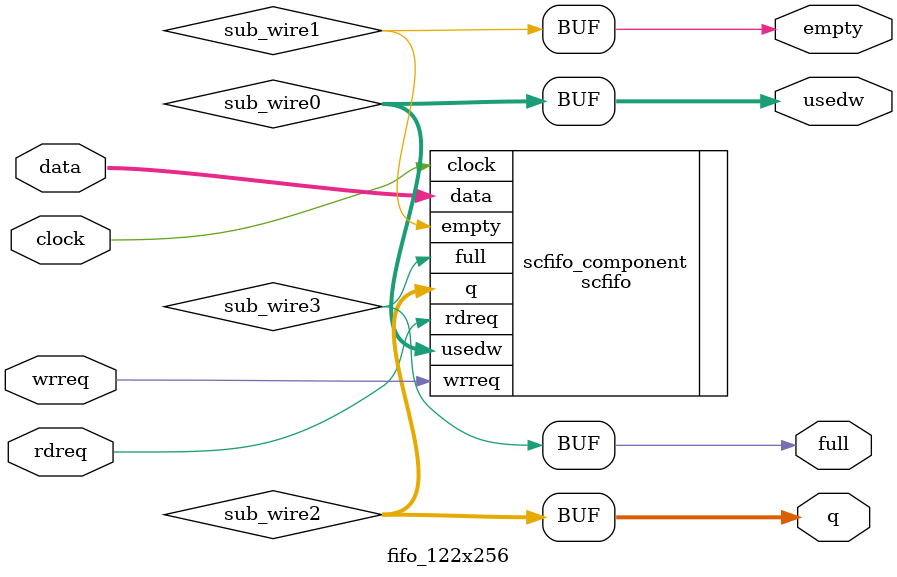
<source format=v>
module fifo_122x256 (
	clock,
	data,
	rdreq,
	wrreq,
	empty,
	full,
	q,
	usedw);
	input	  clock;
	input	[121:0]  data;
	input	  rdreq;
	input	  wrreq;
	output	  empty;
	output	  full;
	output	[121:0]  q;
	output	[7:0]  usedw;
	wire [7:0] sub_wire0;
	wire  sub_wire1;
	wire [121:0] sub_wire2;
	wire  sub_wire3;
	wire [7:0] usedw = sub_wire0[7:0];
	wire  empty = sub_wire1;
	wire [121:0] q = sub_wire2[121:0];
	wire  full = sub_wire3;
	scfifo	scfifo_component (
				.rdreq (rdreq),
				.clock (clock),
				.wrreq (wrreq),
				.data (data),
				.usedw (sub_wire0),
				.empty (sub_wire1),
				.q (sub_wire2),
				.full (sub_wire3)
				// synopsys translate_off
				,
				.aclr (),
				.almost_empty (),
				.almost_full (),
				.sclr ()
				// synopsys translate_on
				);
	defparam
		scfifo_component.add_ram_output_register = "OFF",
		scfifo_component.intended_device_family = "Cyclone III",
		scfifo_component.lpm_hint = "RAM_BLOCK_TYPE=M9K",
		scfifo_component.lpm_numwords = 256,
		scfifo_component.lpm_showahead = "OFF",
		scfifo_component.lpm_type = "scfifo",
		scfifo_component.lpm_width = 122,
		scfifo_component.lpm_widthu = 8,
		scfifo_component.overflow_checking = "OFF",
		scfifo_component.underflow_checking = "OFF",
		scfifo_component.use_eab = "ON";
endmodule
</source>
